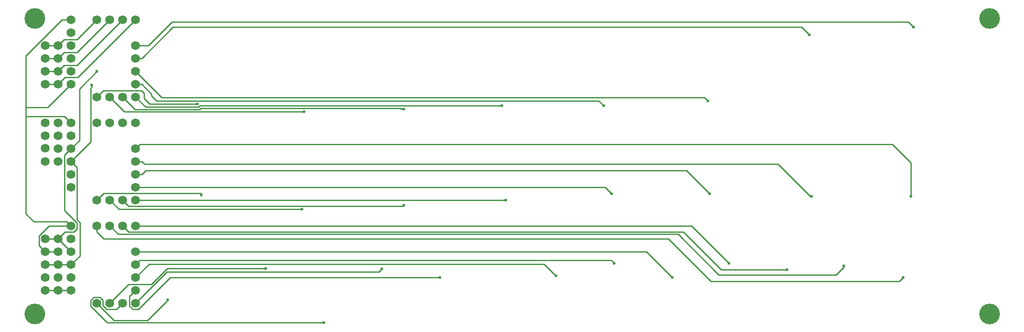
<source format=gbr>
G04 #@! TF.FileFunction,Copper,L2,Bot,Signal*
%FSLAX46Y46*%
G04 Gerber Fmt 4.6, Leading zero omitted, Abs format (unit mm)*
G04 Created by KiCad (PCBNEW 4.0.4-stable) date 11/21/16 14:20:49*
%MOMM*%
%LPD*%
G01*
G04 APERTURE LIST*
%ADD10C,0.100000*%
%ADD11C,1.727200*%
%ADD12C,4.064000*%
%ADD13C,0.600000*%
%ADD14C,0.250000*%
G04 APERTURE END LIST*
D10*
D11*
X7620000Y53340000D03*
X7620000Y55880000D03*
X7620000Y50800000D03*
X5080000Y48260000D03*
X10160000Y40640000D03*
X10160000Y38100000D03*
X10160000Y35560000D03*
X10160000Y33020000D03*
X10160000Y30480000D03*
X10160000Y27940000D03*
X15240000Y40640000D03*
X17780000Y40640000D03*
X22860000Y40640000D03*
X20320000Y40640000D03*
X22860000Y30480000D03*
X22860000Y27940000D03*
X22860000Y25400000D03*
X22860000Y35560000D03*
X22860000Y33020000D03*
X17780000Y25400000D03*
X15240000Y25400000D03*
X20320000Y25400000D03*
X7620000Y40640000D03*
X7620000Y38100000D03*
X7620000Y35560000D03*
X7620000Y33020000D03*
D12*
X3000000Y3000000D03*
D11*
X10160000Y60960000D03*
X10160000Y58420000D03*
X10160000Y55880000D03*
X10160000Y53340000D03*
X10160000Y50800000D03*
X10160000Y48260000D03*
X15240000Y60960000D03*
X17780000Y60960000D03*
X22860000Y60960000D03*
X20320000Y60960000D03*
X22860000Y50800000D03*
X22860000Y48260000D03*
X22860000Y45720000D03*
X22860000Y55880000D03*
X22860000Y53340000D03*
X17780000Y45720000D03*
X15240000Y45720000D03*
X20320000Y45720000D03*
X10160000Y20320000D03*
X10160000Y17780000D03*
X10160000Y15240000D03*
X10160000Y12700000D03*
X10160000Y10160000D03*
X10160000Y7620000D03*
X15240000Y20320000D03*
X17780000Y20320000D03*
X22860000Y20320000D03*
X20320000Y20320000D03*
X22860000Y10160000D03*
X22860000Y7620000D03*
X22860000Y5080000D03*
X22860000Y15240000D03*
X22860000Y12700000D03*
X17780000Y5080000D03*
X15240000Y5080000D03*
X20320000Y5080000D03*
D12*
X3000000Y61250000D03*
X190960000Y61250000D03*
X190960000Y3000000D03*
D11*
X7620000Y15240000D03*
X7620000Y7620000D03*
X7620000Y17780000D03*
X7620000Y12700000D03*
X7620000Y10160000D03*
X5080000Y15240000D03*
X5080000Y7620000D03*
X5080000Y17780000D03*
X7620000Y48260000D03*
X5080000Y50800000D03*
X5080000Y53340000D03*
X5080000Y55880000D03*
X5080000Y33020000D03*
X5080000Y35669999D03*
X5080000Y38100000D03*
X5080000Y40640000D03*
X5080000Y12700000D03*
X5080000Y10160000D03*
D13*
X35000000Y44374990D03*
X56000000Y42874990D03*
X75663764Y43370980D03*
X95000000Y44000000D03*
X115000000Y44000000D03*
X135500000Y45000000D03*
X155500000Y58000000D03*
X176000000Y59500000D03*
X35814000Y26416000D03*
X55626000Y23586389D03*
X75692000Y24384000D03*
X95758000Y25400000D03*
X116586000Y26670000D03*
X135890000Y26670000D03*
X155956000Y26162000D03*
X175514000Y26162000D03*
X173990000Y10160000D03*
X162306000Y12446000D03*
X139700000Y12954000D03*
X151130000Y11684000D03*
X105623127Y10496951D03*
X82804000Y10160000D03*
X71374000Y11878979D03*
X128524000Y10160000D03*
X117094000Y12954000D03*
X48514002Y11938000D03*
X29214271Y5724373D03*
X59944000Y1270000D03*
X15240000Y50800000D03*
X14230444Y48059682D03*
D14*
X7620000Y7620000D02*
X6398686Y7620000D01*
X6398686Y7620000D02*
X5080000Y7620000D01*
X10160000Y7620000D02*
X8938686Y7620000D01*
X8938686Y7620000D02*
X7620000Y7620000D01*
X1270000Y43688000D02*
X1270000Y53829130D01*
X1270000Y53829130D02*
X8400870Y60960000D01*
X8400870Y60960000D02*
X8938686Y60960000D01*
X8938686Y60960000D02*
X10160000Y60960000D01*
X1270000Y43688000D02*
X5588000Y43688000D01*
X5588000Y43688000D02*
X10160000Y48260000D01*
X1270000Y41910000D02*
X1270000Y43688000D01*
X1270000Y41910000D02*
X8890000Y41910000D01*
X8890000Y41910000D02*
X10160000Y40640000D01*
X1270000Y22733000D02*
X1270000Y41910000D01*
X2819401Y21183599D02*
X1270000Y22733000D01*
X10160000Y20320000D02*
X9296401Y21183599D01*
X9296401Y21183599D02*
X2819401Y21183599D01*
X5080000Y15240000D02*
X3891399Y16428601D01*
X3891399Y16428601D02*
X3891399Y18350529D01*
X3891399Y18350529D02*
X5860870Y20320000D01*
X5860870Y20320000D02*
X8938686Y20320000D01*
X8938686Y20320000D02*
X10160000Y20320000D01*
X7620000Y15240000D02*
X5080000Y15240000D01*
X24000000Y47000000D02*
X24500000Y46500000D01*
X24500000Y45500000D02*
X25625010Y44374990D01*
X24500000Y46500000D02*
X24500000Y45500000D01*
X15240000Y45720000D02*
X16520000Y47000000D01*
X34575736Y44374990D02*
X35000000Y44374990D01*
X16520000Y47000000D02*
X24000000Y47000000D01*
X25625010Y44374990D02*
X34575736Y44374990D01*
X55575736Y42874990D02*
X56000000Y42874990D01*
X35697826Y42874990D02*
X55575736Y42874990D01*
X20650034Y42849966D02*
X35672802Y42849966D01*
X17780000Y45720000D02*
X20650034Y42849966D01*
X35672802Y42849966D02*
X35697826Y42874990D01*
X75110480Y43500000D02*
X75239500Y43370980D01*
X75239500Y43370980D02*
X75663764Y43370980D01*
X22740023Y43299977D02*
X35486402Y43299977D01*
X35486402Y43299977D02*
X35686425Y43500000D01*
X35686425Y43500000D02*
X75110480Y43500000D01*
X20320000Y45720000D02*
X22740023Y43299977D01*
X94575736Y44000000D02*
X95000000Y44000000D01*
X35300002Y43749988D02*
X35550014Y44000000D01*
X24830012Y43749988D02*
X35300002Y43749988D01*
X35550014Y44000000D02*
X94575736Y44000000D01*
X22860000Y45720000D02*
X24830012Y43749988D01*
X114000000Y45000000D02*
X115000000Y44000000D01*
X113000000Y45000000D02*
X114000000Y45000000D01*
X27000000Y45000000D02*
X113000000Y45000000D01*
X26000000Y46000000D02*
X27000000Y45000000D01*
X26000000Y46341314D02*
X26000000Y46000000D01*
X22860000Y48260000D02*
X24081314Y48260000D01*
X24081314Y48260000D02*
X26000000Y46341314D01*
X134840000Y45660000D02*
X135500000Y45000000D01*
X28000000Y45660000D02*
X134840000Y45660000D01*
X22860000Y50800000D02*
X28000000Y45660000D01*
X155200001Y58299999D02*
X155500000Y58000000D01*
X154000000Y59500000D02*
X155200001Y58299999D01*
X30241314Y59500000D02*
X154000000Y59500000D01*
X24081314Y53340000D02*
X30241314Y59500000D01*
X22860000Y53340000D02*
X24081314Y53340000D01*
X175000000Y60500000D02*
X176000000Y59500000D01*
X30000000Y60500000D02*
X175000000Y60500000D01*
X25380000Y55880000D02*
X30000000Y60500000D01*
X22860000Y55880000D02*
X25380000Y55880000D01*
X35732601Y26751399D02*
X35814000Y26670000D01*
X35814000Y26670000D02*
X35814000Y26416000D01*
X15240000Y25400000D02*
X16591399Y26751399D01*
X16591399Y26751399D02*
X35732601Y26751399D01*
X19593611Y23586389D02*
X55201736Y23586389D01*
X55201736Y23586389D02*
X55626000Y23586389D01*
X17780000Y25400000D02*
X19593611Y23586389D01*
X75519399Y24211399D02*
X75692000Y24384000D01*
X52151399Y24211399D02*
X75519399Y24211399D01*
X21508601Y24211399D02*
X52151399Y24211399D01*
X20320000Y25400000D02*
X21508601Y24211399D01*
X25908000Y25400000D02*
X95758000Y25400000D01*
X22860000Y25400000D02*
X25908000Y25400000D01*
X115316000Y27940000D02*
X116586000Y26670000D01*
X22860000Y27940000D02*
X115316000Y27940000D01*
X131318000Y31242000D02*
X135890000Y26670000D01*
X24843314Y31242000D02*
X131318000Y31242000D01*
X22860000Y30480000D02*
X24081314Y30480000D01*
X24081314Y30480000D02*
X24843314Y31242000D01*
X149352000Y32512000D02*
X155702000Y26162000D01*
X155702000Y26162000D02*
X155956000Y26162000D01*
X24589314Y32512000D02*
X149352000Y32512000D01*
X22860000Y33020000D02*
X24081314Y33020000D01*
X24081314Y33020000D02*
X24589314Y32512000D01*
X175514000Y32766000D02*
X175514000Y26162000D01*
X171856401Y36423599D02*
X175514000Y32766000D01*
X22860000Y35560000D02*
X23723599Y36423599D01*
X23723599Y36423599D02*
X171856401Y36423599D01*
X173228000Y9398000D02*
X173990000Y10160000D01*
X136144000Y9398000D02*
X173228000Y9398000D01*
X127762000Y17780000D02*
X136144000Y9398000D01*
X16558686Y17780000D02*
X127762000Y17780000D01*
X15240000Y20320000D02*
X15240000Y19098686D01*
X15240000Y19098686D02*
X16558686Y17780000D01*
X160782000Y10668000D02*
X162306000Y12192000D01*
X162306000Y12192000D02*
X162306000Y12446000D01*
X137668000Y10668000D02*
X160782000Y10668000D01*
X129654612Y18681388D02*
X137668000Y10668000D01*
X17780000Y20320000D02*
X19418612Y18681388D01*
X19418612Y18681388D02*
X129654612Y18681388D01*
X132334000Y20320000D02*
X139700000Y12954000D01*
X22860000Y20320000D02*
X132334000Y20320000D01*
X138176000Y11684000D02*
X151130000Y11684000D01*
X130728601Y19131399D02*
X138176000Y11684000D01*
X21508601Y19131399D02*
X130728601Y19131399D01*
X20320000Y20320000D02*
X21508601Y19131399D01*
X105323128Y10796950D02*
X105623127Y10496951D01*
X22860000Y10160000D02*
X25517002Y12817002D01*
X25517002Y12817002D02*
X103303076Y12817002D01*
X103303076Y12817002D02*
X105323128Y10796950D01*
X82804000Y10160000D02*
X29699130Y10160000D01*
X29699130Y10160000D02*
X23430529Y3891399D01*
X23430529Y3891399D02*
X22289471Y3891399D01*
X21671399Y6431399D02*
X21996401Y6756401D01*
X22289471Y3891399D02*
X21671399Y4509471D01*
X21671399Y4509471D02*
X21671399Y6431399D01*
X21996401Y6756401D02*
X22860000Y7620000D01*
X70748998Y11253977D02*
X71074001Y11578980D01*
X71074001Y11578980D02*
X71374000Y11878979D01*
X29033977Y11253977D02*
X70748998Y11253977D01*
X22860000Y5080000D02*
X29033977Y11253977D01*
X123444000Y15240000D02*
X128524000Y10160000D01*
X22860000Y15240000D02*
X123444000Y15240000D01*
X116794001Y13253999D02*
X117094000Y12954000D01*
X22860000Y12700000D02*
X23723599Y13563599D01*
X23723599Y13563599D02*
X116484401Y13563599D01*
X116484401Y13563599D02*
X116794001Y13253999D01*
X48089738Y11938000D02*
X48514002Y11938000D01*
X25952191Y8808601D02*
X29081590Y11938000D01*
X29081590Y11938000D02*
X48089738Y11938000D01*
X21508601Y8808601D02*
X25952191Y8808601D01*
X17780000Y5080000D02*
X21508601Y8808601D01*
X28914272Y5424374D02*
X29214271Y5724373D01*
X18599989Y1720011D02*
X25209909Y1720011D01*
X15240000Y5080000D02*
X18599989Y1720011D01*
X25209909Y1720011D02*
X28914272Y5424374D01*
X17290870Y1270000D02*
X59944000Y1270000D01*
X15810529Y6268601D02*
X14669471Y6268601D01*
X17190601Y3891399D02*
X16428601Y4653399D01*
X16428601Y4653399D02*
X16428601Y5650529D01*
X16428601Y5650529D02*
X15810529Y6268601D01*
X14669471Y6268601D02*
X14051399Y5650529D01*
X14051399Y5650529D02*
X14051399Y4509471D01*
X14051399Y4509471D02*
X17290870Y1270000D01*
X20320000Y5080000D02*
X19131399Y3891399D01*
X19131399Y3891399D02*
X17190601Y3891399D01*
X8890000Y23349130D02*
X8890000Y34290000D01*
X8890000Y34290000D02*
X10160000Y35560000D01*
X8971399Y19131399D02*
X10730529Y19131399D01*
X11348601Y19749471D02*
X11348601Y20890529D01*
X7620000Y17780000D02*
X8971399Y19131399D01*
X11348601Y20890529D02*
X8890000Y23349130D01*
X10730529Y19131399D02*
X11348601Y19749471D01*
X7620000Y17780000D02*
X10160000Y15240000D01*
X5080000Y17780000D02*
X7620000Y17780000D01*
X11811000Y47371000D02*
X11811000Y37211000D01*
X11811000Y37211000D02*
X10160000Y35560000D01*
X15240000Y50800000D02*
X11811000Y47371000D01*
X14020555Y36880555D02*
X14020555Y47425529D01*
X11348601Y31831399D02*
X11023599Y32156401D01*
X11348601Y21526939D02*
X11348601Y31831399D01*
X11880011Y20995529D02*
X11348601Y21526939D01*
X11880011Y14420011D02*
X11880011Y20995529D01*
X10160000Y12700000D02*
X11880011Y14420011D01*
X11023599Y32156401D02*
X10160000Y33020000D01*
X14230444Y47635418D02*
X14230444Y48059682D01*
X14020555Y47425529D02*
X14230444Y47635418D01*
X10160000Y33020000D02*
X14020555Y36880555D01*
X7620000Y12700000D02*
X10160000Y12700000D01*
X5080000Y12700000D02*
X7620000Y12700000D01*
X5080000Y48260000D02*
X6301314Y48260000D01*
X6301314Y48260000D02*
X7620000Y48260000D01*
X7620000Y48260000D02*
X8971399Y49611399D01*
X8971399Y49611399D02*
X11511399Y49611399D01*
X11511399Y49611399D02*
X21996401Y60096401D01*
X21996401Y60096401D02*
X22860000Y60960000D01*
X5080000Y50800000D02*
X7620000Y50800000D01*
X7620000Y50800000D02*
X8808601Y51988601D01*
X8808601Y51988601D02*
X11348601Y51988601D01*
X11348601Y51988601D02*
X19456401Y60096401D01*
X19456401Y60096401D02*
X20320000Y60960000D01*
X5080000Y53340000D02*
X7620000Y53340000D01*
X7620000Y53340000D02*
X8808601Y54528601D01*
X8808601Y54528601D02*
X11348601Y54528601D01*
X11348601Y54528601D02*
X16916401Y60096401D01*
X16916401Y60096401D02*
X17780000Y60960000D01*
X5080000Y55880000D02*
X7620000Y55880000D01*
X7620000Y55880000D02*
X8808601Y57068601D01*
X8808601Y57068601D02*
X11348601Y57068601D01*
X11348601Y57068601D02*
X14376401Y60096401D01*
X14376401Y60096401D02*
X15240000Y60960000D01*
M02*

</source>
